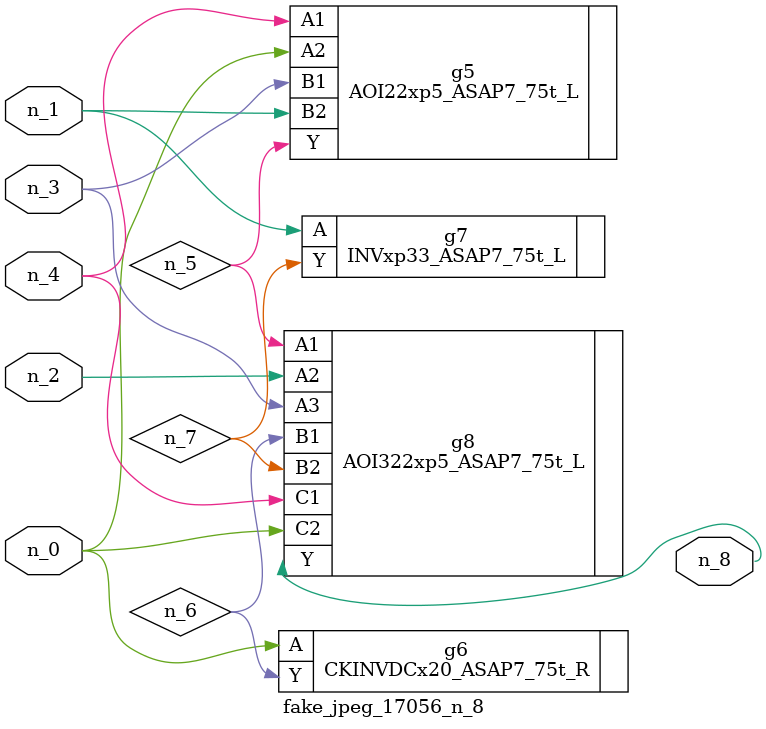
<source format=v>
module fake_jpeg_17056_n_8 (n_3, n_2, n_1, n_0, n_4, n_8);

input n_3;
input n_2;
input n_1;
input n_0;
input n_4;

output n_8;

wire n_6;
wire n_5;
wire n_7;

AOI22xp5_ASAP7_75t_L g5 ( 
.A1(n_4),
.A2(n_0),
.B1(n_3),
.B2(n_1),
.Y(n_5)
);

CKINVDCx20_ASAP7_75t_R g6 ( 
.A(n_0),
.Y(n_6)
);

INVxp33_ASAP7_75t_L g7 ( 
.A(n_1),
.Y(n_7)
);

AOI322xp5_ASAP7_75t_L g8 ( 
.A1(n_5),
.A2(n_2),
.A3(n_3),
.B1(n_6),
.B2(n_7),
.C1(n_4),
.C2(n_0),
.Y(n_8)
);


endmodule
</source>
